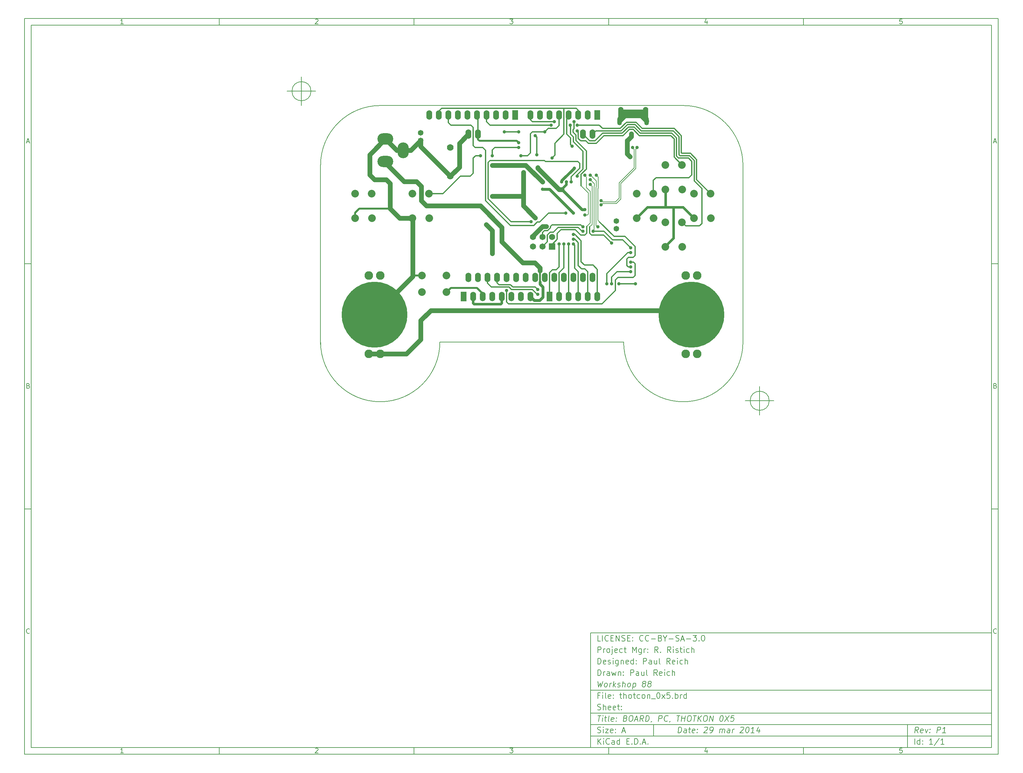
<source format=gbl>
G04 (created by PCBNEW (2013-dec-23)-stable) date Sat 29 Mar 2014 16:15:46 CDT*
%MOIN*%
G04 Gerber Fmt 3.4, Leading zero omitted, Abs format*
%FSLAX34Y34*%
G01*
G70*
G90*
G04 APERTURE LIST*
%ADD10C,0.00590551*%
%ADD11C,0.006*%
%ADD12O,0.165354X0.11811*%
%ADD13O,0.11811X0.165354*%
%ADD14O,0.0562992X0.10315*%
%ADD15O,0.0496063X0.0889764*%
%ADD16C,0.09*%
%ADD17C,0.69*%
%ADD18C,0.08*%
%ADD19R,0.06X0.1*%
%ADD20O,0.06X0.1*%
%ADD21C,0.0583*%
%ADD22R,0.065X0.065*%
%ADD23C,0.065*%
%ADD24C,0.07*%
%ADD25C,0.035*%
%ADD26C,0.012*%
%ADD27C,0.05*%
%ADD28C,0.025*%
%ADD29C,0.03*%
%ADD30C,0.008*%
%ADD31C,0.02*%
%ADD32C,0.01*%
G04 APERTURE END LIST*
G54D10*
X-36650Y31000D02*
X65350Y31000D01*
X65350Y-46000D01*
X-36650Y-46000D01*
X-36650Y31000D01*
X-35950Y30300D02*
X64650Y30300D01*
X64650Y-45300D01*
X-35950Y-45300D01*
X-35950Y30300D01*
X-16250Y31000D02*
X-16250Y30300D01*
X-26307Y30447D02*
X-26592Y30447D01*
X-26450Y30447D02*
X-26450Y30947D01*
X-26497Y30876D01*
X-26545Y30828D01*
X-26592Y30804D01*
X-16250Y-46000D02*
X-16250Y-45300D01*
X-26307Y-45852D02*
X-26592Y-45852D01*
X-26450Y-45852D02*
X-26450Y-45352D01*
X-26497Y-45423D01*
X-26545Y-45471D01*
X-26592Y-45495D01*
X4150Y31000D02*
X4150Y30300D01*
X-6192Y30900D02*
X-6169Y30923D01*
X-6121Y30947D01*
X-6002Y30947D01*
X-5954Y30923D01*
X-5930Y30900D01*
X-5907Y30852D01*
X-5907Y30804D01*
X-5930Y30733D01*
X-6216Y30447D01*
X-5907Y30447D01*
X4150Y-46000D02*
X4150Y-45300D01*
X-6192Y-45400D02*
X-6169Y-45376D01*
X-6121Y-45352D01*
X-6002Y-45352D01*
X-5954Y-45376D01*
X-5930Y-45400D01*
X-5907Y-45447D01*
X-5907Y-45495D01*
X-5930Y-45566D01*
X-6216Y-45852D01*
X-5907Y-45852D01*
X24550Y31000D02*
X24550Y30300D01*
X14183Y30947D02*
X14492Y30947D01*
X14326Y30757D01*
X14397Y30757D01*
X14445Y30733D01*
X14469Y30709D01*
X14492Y30661D01*
X14492Y30542D01*
X14469Y30495D01*
X14445Y30471D01*
X14397Y30447D01*
X14254Y30447D01*
X14207Y30471D01*
X14183Y30495D01*
X24550Y-46000D02*
X24550Y-45300D01*
X14183Y-45352D02*
X14492Y-45352D01*
X14326Y-45542D01*
X14397Y-45542D01*
X14445Y-45566D01*
X14469Y-45590D01*
X14492Y-45638D01*
X14492Y-45757D01*
X14469Y-45804D01*
X14445Y-45828D01*
X14397Y-45852D01*
X14254Y-45852D01*
X14207Y-45828D01*
X14183Y-45804D01*
X44950Y31000D02*
X44950Y30300D01*
X34845Y30780D02*
X34845Y30447D01*
X34726Y30971D02*
X34607Y30614D01*
X34916Y30614D01*
X44950Y-46000D02*
X44950Y-45300D01*
X34845Y-45519D02*
X34845Y-45852D01*
X34726Y-45328D02*
X34607Y-45685D01*
X34916Y-45685D01*
X55269Y30947D02*
X55030Y30947D01*
X55007Y30709D01*
X55030Y30733D01*
X55078Y30757D01*
X55197Y30757D01*
X55245Y30733D01*
X55269Y30709D01*
X55292Y30661D01*
X55292Y30542D01*
X55269Y30495D01*
X55245Y30471D01*
X55197Y30447D01*
X55078Y30447D01*
X55030Y30471D01*
X55007Y30495D01*
X55269Y-45352D02*
X55030Y-45352D01*
X55007Y-45590D01*
X55030Y-45566D01*
X55078Y-45542D01*
X55197Y-45542D01*
X55245Y-45566D01*
X55269Y-45590D01*
X55292Y-45638D01*
X55292Y-45757D01*
X55269Y-45804D01*
X55245Y-45828D01*
X55197Y-45852D01*
X55078Y-45852D01*
X55030Y-45828D01*
X55007Y-45804D01*
X-36650Y5340D02*
X-35950Y5340D01*
X-36419Y18110D02*
X-36180Y18110D01*
X-36466Y17967D02*
X-36299Y18467D01*
X-36133Y17967D01*
X65350Y5340D02*
X64650Y5340D01*
X64880Y18110D02*
X65119Y18110D01*
X64833Y17967D02*
X65000Y18467D01*
X65166Y17967D01*
X-36650Y-20320D02*
X-35950Y-20320D01*
X-36264Y-7430D02*
X-36192Y-7454D01*
X-36169Y-7478D01*
X-36145Y-7525D01*
X-36145Y-7597D01*
X-36169Y-7644D01*
X-36192Y-7668D01*
X-36240Y-7692D01*
X-36430Y-7692D01*
X-36430Y-7192D01*
X-36264Y-7192D01*
X-36216Y-7216D01*
X-36192Y-7240D01*
X-36169Y-7287D01*
X-36169Y-7335D01*
X-36192Y-7382D01*
X-36216Y-7406D01*
X-36264Y-7430D01*
X-36430Y-7430D01*
X65350Y-20320D02*
X64650Y-20320D01*
X65035Y-7430D02*
X65107Y-7454D01*
X65130Y-7478D01*
X65154Y-7525D01*
X65154Y-7597D01*
X65130Y-7644D01*
X65107Y-7668D01*
X65059Y-7692D01*
X64869Y-7692D01*
X64869Y-7192D01*
X65035Y-7192D01*
X65083Y-7216D01*
X65107Y-7240D01*
X65130Y-7287D01*
X65130Y-7335D01*
X65107Y-7382D01*
X65083Y-7406D01*
X65035Y-7430D01*
X64869Y-7430D01*
X-36145Y-33304D02*
X-36169Y-33328D01*
X-36240Y-33352D01*
X-36288Y-33352D01*
X-36359Y-33328D01*
X-36407Y-33280D01*
X-36430Y-33233D01*
X-36454Y-33138D01*
X-36454Y-33066D01*
X-36430Y-32971D01*
X-36407Y-32923D01*
X-36359Y-32876D01*
X-36288Y-32852D01*
X-36240Y-32852D01*
X-36169Y-32876D01*
X-36145Y-32900D01*
X65154Y-33304D02*
X65130Y-33328D01*
X65059Y-33352D01*
X65011Y-33352D01*
X64940Y-33328D01*
X64892Y-33280D01*
X64869Y-33233D01*
X64845Y-33138D01*
X64845Y-33066D01*
X64869Y-32971D01*
X64892Y-32923D01*
X64940Y-32876D01*
X65011Y-32852D01*
X65059Y-32852D01*
X65130Y-32876D01*
X65154Y-32900D01*
X31800Y-43742D02*
X31875Y-43142D01*
X32017Y-43142D01*
X32100Y-43171D01*
X32150Y-43228D01*
X32171Y-43285D01*
X32185Y-43400D01*
X32175Y-43485D01*
X32132Y-43600D01*
X32096Y-43657D01*
X32032Y-43714D01*
X31942Y-43742D01*
X31800Y-43742D01*
X32657Y-43742D02*
X32696Y-43428D01*
X32675Y-43371D01*
X32621Y-43342D01*
X32507Y-43342D01*
X32446Y-43371D01*
X32660Y-43714D02*
X32600Y-43742D01*
X32457Y-43742D01*
X32403Y-43714D01*
X32382Y-43657D01*
X32389Y-43600D01*
X32425Y-43542D01*
X32485Y-43514D01*
X32628Y-43514D01*
X32689Y-43485D01*
X32907Y-43342D02*
X33135Y-43342D01*
X33017Y-43142D02*
X32953Y-43657D01*
X32975Y-43714D01*
X33028Y-43742D01*
X33085Y-43742D01*
X33517Y-43714D02*
X33457Y-43742D01*
X33342Y-43742D01*
X33289Y-43714D01*
X33267Y-43657D01*
X33296Y-43428D01*
X33332Y-43371D01*
X33392Y-43342D01*
X33507Y-43342D01*
X33560Y-43371D01*
X33582Y-43428D01*
X33575Y-43485D01*
X33282Y-43542D01*
X33807Y-43685D02*
X33832Y-43714D01*
X33800Y-43742D01*
X33775Y-43714D01*
X33807Y-43685D01*
X33800Y-43742D01*
X33846Y-43371D02*
X33871Y-43400D01*
X33839Y-43428D01*
X33814Y-43400D01*
X33846Y-43371D01*
X33839Y-43428D01*
X34582Y-43200D02*
X34614Y-43171D01*
X34675Y-43142D01*
X34817Y-43142D01*
X34871Y-43171D01*
X34896Y-43200D01*
X34917Y-43257D01*
X34910Y-43314D01*
X34871Y-43400D01*
X34485Y-43742D01*
X34857Y-43742D01*
X35142Y-43742D02*
X35257Y-43742D01*
X35317Y-43714D01*
X35350Y-43685D01*
X35417Y-43600D01*
X35460Y-43485D01*
X35489Y-43257D01*
X35467Y-43200D01*
X35442Y-43171D01*
X35389Y-43142D01*
X35275Y-43142D01*
X35214Y-43171D01*
X35182Y-43200D01*
X35146Y-43257D01*
X35128Y-43400D01*
X35150Y-43457D01*
X35175Y-43485D01*
X35228Y-43514D01*
X35342Y-43514D01*
X35403Y-43485D01*
X35435Y-43457D01*
X35471Y-43400D01*
X36142Y-43742D02*
X36192Y-43342D01*
X36185Y-43400D02*
X36217Y-43371D01*
X36278Y-43342D01*
X36364Y-43342D01*
X36417Y-43371D01*
X36439Y-43428D01*
X36400Y-43742D01*
X36439Y-43428D02*
X36475Y-43371D01*
X36535Y-43342D01*
X36621Y-43342D01*
X36675Y-43371D01*
X36696Y-43428D01*
X36657Y-43742D01*
X37200Y-43742D02*
X37239Y-43428D01*
X37217Y-43371D01*
X37164Y-43342D01*
X37050Y-43342D01*
X36989Y-43371D01*
X37203Y-43714D02*
X37142Y-43742D01*
X37000Y-43742D01*
X36946Y-43714D01*
X36925Y-43657D01*
X36932Y-43600D01*
X36967Y-43542D01*
X37028Y-43514D01*
X37171Y-43514D01*
X37232Y-43485D01*
X37485Y-43742D02*
X37535Y-43342D01*
X37521Y-43457D02*
X37557Y-43400D01*
X37589Y-43371D01*
X37650Y-43342D01*
X37707Y-43342D01*
X38353Y-43200D02*
X38385Y-43171D01*
X38446Y-43142D01*
X38589Y-43142D01*
X38642Y-43171D01*
X38667Y-43200D01*
X38689Y-43257D01*
X38682Y-43314D01*
X38642Y-43400D01*
X38257Y-43742D01*
X38628Y-43742D01*
X39075Y-43142D02*
X39132Y-43142D01*
X39185Y-43171D01*
X39210Y-43200D01*
X39232Y-43257D01*
X39246Y-43371D01*
X39228Y-43514D01*
X39185Y-43628D01*
X39150Y-43685D01*
X39117Y-43714D01*
X39057Y-43742D01*
X39000Y-43742D01*
X38946Y-43714D01*
X38921Y-43685D01*
X38900Y-43628D01*
X38885Y-43514D01*
X38903Y-43371D01*
X38946Y-43257D01*
X38982Y-43200D01*
X39014Y-43171D01*
X39075Y-43142D01*
X39771Y-43742D02*
X39428Y-43742D01*
X39600Y-43742D02*
X39675Y-43142D01*
X39607Y-43228D01*
X39542Y-43285D01*
X39482Y-43314D01*
X40335Y-43342D02*
X40285Y-43742D01*
X40221Y-43114D02*
X40025Y-43542D01*
X40396Y-43542D01*
X23392Y-44942D02*
X23392Y-44342D01*
X23735Y-44942D02*
X23478Y-44600D01*
X23735Y-44342D02*
X23392Y-44685D01*
X23992Y-44942D02*
X23992Y-44542D01*
X23992Y-44342D02*
X23964Y-44371D01*
X23992Y-44400D01*
X24021Y-44371D01*
X23992Y-44342D01*
X23992Y-44400D01*
X24621Y-44885D02*
X24592Y-44914D01*
X24507Y-44942D01*
X24450Y-44942D01*
X24364Y-44914D01*
X24307Y-44857D01*
X24278Y-44800D01*
X24250Y-44685D01*
X24250Y-44600D01*
X24278Y-44485D01*
X24307Y-44428D01*
X24364Y-44371D01*
X24450Y-44342D01*
X24507Y-44342D01*
X24592Y-44371D01*
X24621Y-44400D01*
X25135Y-44942D02*
X25135Y-44628D01*
X25107Y-44571D01*
X25050Y-44542D01*
X24935Y-44542D01*
X24878Y-44571D01*
X25135Y-44914D02*
X25078Y-44942D01*
X24935Y-44942D01*
X24878Y-44914D01*
X24850Y-44857D01*
X24850Y-44800D01*
X24878Y-44742D01*
X24935Y-44714D01*
X25078Y-44714D01*
X25135Y-44685D01*
X25678Y-44942D02*
X25678Y-44342D01*
X25678Y-44914D02*
X25621Y-44942D01*
X25507Y-44942D01*
X25450Y-44914D01*
X25421Y-44885D01*
X25392Y-44828D01*
X25392Y-44657D01*
X25421Y-44600D01*
X25450Y-44571D01*
X25507Y-44542D01*
X25621Y-44542D01*
X25678Y-44571D01*
X26421Y-44628D02*
X26621Y-44628D01*
X26707Y-44942D02*
X26421Y-44942D01*
X26421Y-44342D01*
X26707Y-44342D01*
X26964Y-44885D02*
X26992Y-44914D01*
X26964Y-44942D01*
X26935Y-44914D01*
X26964Y-44885D01*
X26964Y-44942D01*
X27249Y-44942D02*
X27249Y-44342D01*
X27392Y-44342D01*
X27478Y-44371D01*
X27535Y-44428D01*
X27564Y-44485D01*
X27592Y-44600D01*
X27592Y-44685D01*
X27564Y-44800D01*
X27535Y-44857D01*
X27478Y-44914D01*
X27392Y-44942D01*
X27249Y-44942D01*
X27849Y-44885D02*
X27878Y-44914D01*
X27849Y-44942D01*
X27821Y-44914D01*
X27849Y-44885D01*
X27849Y-44942D01*
X28107Y-44771D02*
X28392Y-44771D01*
X28049Y-44942D02*
X28249Y-44342D01*
X28449Y-44942D01*
X28649Y-44885D02*
X28678Y-44914D01*
X28649Y-44942D01*
X28621Y-44914D01*
X28649Y-44885D01*
X28649Y-44942D01*
X56942Y-43742D02*
X56778Y-43457D01*
X56600Y-43742D02*
X56675Y-43142D01*
X56903Y-43142D01*
X56957Y-43171D01*
X56982Y-43200D01*
X57003Y-43257D01*
X56992Y-43342D01*
X56957Y-43400D01*
X56925Y-43428D01*
X56864Y-43457D01*
X56635Y-43457D01*
X57432Y-43714D02*
X57371Y-43742D01*
X57257Y-43742D01*
X57203Y-43714D01*
X57182Y-43657D01*
X57210Y-43428D01*
X57246Y-43371D01*
X57307Y-43342D01*
X57421Y-43342D01*
X57475Y-43371D01*
X57496Y-43428D01*
X57489Y-43485D01*
X57196Y-43542D01*
X57707Y-43342D02*
X57800Y-43742D01*
X57992Y-43342D01*
X58178Y-43685D02*
X58203Y-43714D01*
X58171Y-43742D01*
X58146Y-43714D01*
X58178Y-43685D01*
X58171Y-43742D01*
X58217Y-43371D02*
X58242Y-43400D01*
X58210Y-43428D01*
X58185Y-43400D01*
X58217Y-43371D01*
X58210Y-43428D01*
X58914Y-43742D02*
X58989Y-43142D01*
X59217Y-43142D01*
X59271Y-43171D01*
X59296Y-43200D01*
X59317Y-43257D01*
X59307Y-43342D01*
X59271Y-43400D01*
X59239Y-43428D01*
X59178Y-43457D01*
X58950Y-43457D01*
X59828Y-43742D02*
X59485Y-43742D01*
X59657Y-43742D02*
X59732Y-43142D01*
X59664Y-43228D01*
X59600Y-43285D01*
X59539Y-43314D01*
X23364Y-43714D02*
X23450Y-43742D01*
X23592Y-43742D01*
X23650Y-43714D01*
X23678Y-43685D01*
X23707Y-43628D01*
X23707Y-43571D01*
X23678Y-43514D01*
X23650Y-43485D01*
X23592Y-43457D01*
X23478Y-43428D01*
X23421Y-43400D01*
X23392Y-43371D01*
X23364Y-43314D01*
X23364Y-43257D01*
X23392Y-43200D01*
X23421Y-43171D01*
X23478Y-43142D01*
X23621Y-43142D01*
X23707Y-43171D01*
X23964Y-43742D02*
X23964Y-43342D01*
X23964Y-43142D02*
X23935Y-43171D01*
X23964Y-43200D01*
X23992Y-43171D01*
X23964Y-43142D01*
X23964Y-43200D01*
X24192Y-43342D02*
X24507Y-43342D01*
X24192Y-43742D01*
X24507Y-43742D01*
X24964Y-43714D02*
X24907Y-43742D01*
X24792Y-43742D01*
X24735Y-43714D01*
X24707Y-43657D01*
X24707Y-43428D01*
X24735Y-43371D01*
X24792Y-43342D01*
X24907Y-43342D01*
X24964Y-43371D01*
X24992Y-43428D01*
X24992Y-43485D01*
X24707Y-43542D01*
X25250Y-43685D02*
X25278Y-43714D01*
X25250Y-43742D01*
X25221Y-43714D01*
X25250Y-43685D01*
X25250Y-43742D01*
X25250Y-43371D02*
X25278Y-43400D01*
X25250Y-43428D01*
X25221Y-43400D01*
X25250Y-43371D01*
X25250Y-43428D01*
X25964Y-43571D02*
X26250Y-43571D01*
X25907Y-43742D02*
X26107Y-43142D01*
X26307Y-43742D01*
X56592Y-44942D02*
X56592Y-44342D01*
X57135Y-44942D02*
X57135Y-44342D01*
X57135Y-44914D02*
X57078Y-44942D01*
X56964Y-44942D01*
X56907Y-44914D01*
X56878Y-44885D01*
X56850Y-44828D01*
X56850Y-44657D01*
X56878Y-44600D01*
X56907Y-44571D01*
X56964Y-44542D01*
X57078Y-44542D01*
X57135Y-44571D01*
X57421Y-44885D02*
X57450Y-44914D01*
X57421Y-44942D01*
X57392Y-44914D01*
X57421Y-44885D01*
X57421Y-44942D01*
X57421Y-44571D02*
X57450Y-44600D01*
X57421Y-44628D01*
X57392Y-44600D01*
X57421Y-44571D01*
X57421Y-44628D01*
X58478Y-44942D02*
X58135Y-44942D01*
X58307Y-44942D02*
X58307Y-44342D01*
X58249Y-44428D01*
X58192Y-44485D01*
X58135Y-44514D01*
X59164Y-44314D02*
X58650Y-45085D01*
X59678Y-44942D02*
X59335Y-44942D01*
X59507Y-44942D02*
X59507Y-44342D01*
X59449Y-44428D01*
X59392Y-44485D01*
X59335Y-44514D01*
X23389Y-41942D02*
X23732Y-41942D01*
X23485Y-42542D02*
X23560Y-41942D01*
X23857Y-42542D02*
X23907Y-42142D01*
X23932Y-41942D02*
X23900Y-41971D01*
X23925Y-42000D01*
X23957Y-41971D01*
X23932Y-41942D01*
X23925Y-42000D01*
X24107Y-42142D02*
X24335Y-42142D01*
X24217Y-41942D02*
X24153Y-42457D01*
X24175Y-42514D01*
X24228Y-42542D01*
X24285Y-42542D01*
X24571Y-42542D02*
X24517Y-42514D01*
X24496Y-42457D01*
X24560Y-41942D01*
X25032Y-42514D02*
X24971Y-42542D01*
X24857Y-42542D01*
X24803Y-42514D01*
X24782Y-42457D01*
X24810Y-42228D01*
X24846Y-42171D01*
X24907Y-42142D01*
X25021Y-42142D01*
X25075Y-42171D01*
X25096Y-42228D01*
X25089Y-42285D01*
X24796Y-42342D01*
X25321Y-42485D02*
X25346Y-42514D01*
X25314Y-42542D01*
X25289Y-42514D01*
X25321Y-42485D01*
X25314Y-42542D01*
X25360Y-42171D02*
X25385Y-42200D01*
X25353Y-42228D01*
X25328Y-42200D01*
X25360Y-42171D01*
X25353Y-42228D01*
X26296Y-42228D02*
X26378Y-42257D01*
X26403Y-42285D01*
X26425Y-42342D01*
X26414Y-42428D01*
X26378Y-42485D01*
X26346Y-42514D01*
X26285Y-42542D01*
X26057Y-42542D01*
X26132Y-41942D01*
X26332Y-41942D01*
X26385Y-41971D01*
X26410Y-42000D01*
X26432Y-42057D01*
X26425Y-42114D01*
X26389Y-42171D01*
X26357Y-42200D01*
X26296Y-42228D01*
X26096Y-42228D01*
X26846Y-41942D02*
X26960Y-41942D01*
X27014Y-41971D01*
X27064Y-42028D01*
X27078Y-42142D01*
X27053Y-42342D01*
X27010Y-42457D01*
X26946Y-42514D01*
X26885Y-42542D01*
X26771Y-42542D01*
X26717Y-42514D01*
X26667Y-42457D01*
X26653Y-42342D01*
X26678Y-42142D01*
X26721Y-42028D01*
X26785Y-41971D01*
X26846Y-41942D01*
X27278Y-42371D02*
X27564Y-42371D01*
X27200Y-42542D02*
X27475Y-41942D01*
X27600Y-42542D01*
X28142Y-42542D02*
X27978Y-42257D01*
X27800Y-42542D02*
X27875Y-41942D01*
X28103Y-41942D01*
X28157Y-41971D01*
X28182Y-42000D01*
X28203Y-42057D01*
X28192Y-42142D01*
X28157Y-42200D01*
X28125Y-42228D01*
X28064Y-42257D01*
X27835Y-42257D01*
X28400Y-42542D02*
X28475Y-41942D01*
X28617Y-41942D01*
X28700Y-41971D01*
X28750Y-42028D01*
X28771Y-42085D01*
X28785Y-42200D01*
X28775Y-42285D01*
X28732Y-42400D01*
X28696Y-42457D01*
X28632Y-42514D01*
X28542Y-42542D01*
X28400Y-42542D01*
X29032Y-42514D02*
X29028Y-42542D01*
X28992Y-42600D01*
X28960Y-42628D01*
X29742Y-42542D02*
X29817Y-41942D01*
X30046Y-41942D01*
X30099Y-41971D01*
X30125Y-42000D01*
X30146Y-42057D01*
X30135Y-42142D01*
X30100Y-42200D01*
X30067Y-42228D01*
X30007Y-42257D01*
X29778Y-42257D01*
X30692Y-42485D02*
X30660Y-42514D01*
X30571Y-42542D01*
X30514Y-42542D01*
X30432Y-42514D01*
X30382Y-42457D01*
X30360Y-42400D01*
X30346Y-42285D01*
X30357Y-42200D01*
X30400Y-42085D01*
X30435Y-42028D01*
X30499Y-41971D01*
X30589Y-41942D01*
X30646Y-41942D01*
X30728Y-41971D01*
X30753Y-42000D01*
X30975Y-42514D02*
X30971Y-42542D01*
X30935Y-42600D01*
X30903Y-42628D01*
X31675Y-41942D02*
X32017Y-41942D01*
X31771Y-42542D02*
X31846Y-41942D01*
X32142Y-42542D02*
X32217Y-41942D01*
X32182Y-42228D02*
X32525Y-42228D01*
X32485Y-42542D02*
X32560Y-41942D01*
X32960Y-41942D02*
X33075Y-41942D01*
X33128Y-41971D01*
X33178Y-42028D01*
X33192Y-42142D01*
X33167Y-42342D01*
X33124Y-42457D01*
X33060Y-42514D01*
X33000Y-42542D01*
X32885Y-42542D01*
X32832Y-42514D01*
X32782Y-42457D01*
X32767Y-42342D01*
X32792Y-42142D01*
X32835Y-42028D01*
X32899Y-41971D01*
X32960Y-41942D01*
X33389Y-41942D02*
X33732Y-41942D01*
X33485Y-42542D02*
X33560Y-41942D01*
X33857Y-42542D02*
X33932Y-41942D01*
X34199Y-42542D02*
X33985Y-42200D01*
X34274Y-41942D02*
X33889Y-42285D01*
X34646Y-41942D02*
X34760Y-41942D01*
X34814Y-41971D01*
X34864Y-42028D01*
X34878Y-42142D01*
X34853Y-42342D01*
X34810Y-42457D01*
X34746Y-42514D01*
X34685Y-42542D01*
X34571Y-42542D01*
X34517Y-42514D01*
X34467Y-42457D01*
X34453Y-42342D01*
X34478Y-42142D01*
X34521Y-42028D01*
X34585Y-41971D01*
X34646Y-41942D01*
X35085Y-42542D02*
X35160Y-41942D01*
X35428Y-42542D01*
X35503Y-41942D01*
X36360Y-41942D02*
X36417Y-41942D01*
X36471Y-41971D01*
X36496Y-42000D01*
X36517Y-42057D01*
X36532Y-42171D01*
X36514Y-42314D01*
X36471Y-42428D01*
X36435Y-42485D01*
X36403Y-42514D01*
X36342Y-42542D01*
X36285Y-42542D01*
X36232Y-42514D01*
X36207Y-42485D01*
X36185Y-42428D01*
X36171Y-42314D01*
X36189Y-42171D01*
X36232Y-42057D01*
X36267Y-42000D01*
X36299Y-41971D01*
X36360Y-41942D01*
X36760Y-41942D02*
X37085Y-42542D01*
X37160Y-41942D02*
X36685Y-42542D01*
X37674Y-41942D02*
X37389Y-41942D01*
X37325Y-42228D01*
X37357Y-42200D01*
X37417Y-42171D01*
X37560Y-42171D01*
X37614Y-42200D01*
X37639Y-42228D01*
X37660Y-42285D01*
X37642Y-42428D01*
X37607Y-42485D01*
X37574Y-42514D01*
X37514Y-42542D01*
X37371Y-42542D01*
X37317Y-42514D01*
X37292Y-42485D01*
X23592Y-39828D02*
X23392Y-39828D01*
X23392Y-40142D02*
X23392Y-39542D01*
X23678Y-39542D01*
X23907Y-40142D02*
X23907Y-39742D01*
X23907Y-39542D02*
X23878Y-39571D01*
X23907Y-39600D01*
X23935Y-39571D01*
X23907Y-39542D01*
X23907Y-39600D01*
X24278Y-40142D02*
X24221Y-40114D01*
X24192Y-40057D01*
X24192Y-39542D01*
X24735Y-40114D02*
X24678Y-40142D01*
X24564Y-40142D01*
X24507Y-40114D01*
X24478Y-40057D01*
X24478Y-39828D01*
X24507Y-39771D01*
X24564Y-39742D01*
X24678Y-39742D01*
X24735Y-39771D01*
X24764Y-39828D01*
X24764Y-39885D01*
X24478Y-39942D01*
X25021Y-40085D02*
X25050Y-40114D01*
X25021Y-40142D01*
X24992Y-40114D01*
X25021Y-40085D01*
X25021Y-40142D01*
X25021Y-39771D02*
X25050Y-39800D01*
X25021Y-39828D01*
X24992Y-39800D01*
X25021Y-39771D01*
X25021Y-39828D01*
X25678Y-39742D02*
X25907Y-39742D01*
X25764Y-39542D02*
X25764Y-40057D01*
X25792Y-40114D01*
X25850Y-40142D01*
X25907Y-40142D01*
X26107Y-40142D02*
X26107Y-39542D01*
X26364Y-40142D02*
X26364Y-39828D01*
X26335Y-39771D01*
X26278Y-39742D01*
X26192Y-39742D01*
X26135Y-39771D01*
X26107Y-39800D01*
X26735Y-40142D02*
X26678Y-40114D01*
X26650Y-40085D01*
X26621Y-40028D01*
X26621Y-39857D01*
X26650Y-39800D01*
X26678Y-39771D01*
X26735Y-39742D01*
X26821Y-39742D01*
X26878Y-39771D01*
X26907Y-39800D01*
X26935Y-39857D01*
X26935Y-40028D01*
X26907Y-40085D01*
X26878Y-40114D01*
X26821Y-40142D01*
X26735Y-40142D01*
X27107Y-39742D02*
X27335Y-39742D01*
X27192Y-39542D02*
X27192Y-40057D01*
X27221Y-40114D01*
X27278Y-40142D01*
X27335Y-40142D01*
X27792Y-40114D02*
X27735Y-40142D01*
X27621Y-40142D01*
X27564Y-40114D01*
X27535Y-40085D01*
X27507Y-40028D01*
X27507Y-39857D01*
X27535Y-39800D01*
X27564Y-39771D01*
X27621Y-39742D01*
X27735Y-39742D01*
X27792Y-39771D01*
X28135Y-40142D02*
X28078Y-40114D01*
X28050Y-40085D01*
X28021Y-40028D01*
X28021Y-39857D01*
X28050Y-39800D01*
X28078Y-39771D01*
X28135Y-39742D01*
X28221Y-39742D01*
X28278Y-39771D01*
X28307Y-39800D01*
X28335Y-39857D01*
X28335Y-40028D01*
X28307Y-40085D01*
X28278Y-40114D01*
X28221Y-40142D01*
X28135Y-40142D01*
X28592Y-39742D02*
X28592Y-40142D01*
X28592Y-39800D02*
X28621Y-39771D01*
X28678Y-39742D01*
X28764Y-39742D01*
X28821Y-39771D01*
X28850Y-39828D01*
X28850Y-40142D01*
X28992Y-40200D02*
X29450Y-40200D01*
X29707Y-39542D02*
X29764Y-39542D01*
X29821Y-39571D01*
X29850Y-39600D01*
X29878Y-39657D01*
X29907Y-39771D01*
X29907Y-39914D01*
X29878Y-40028D01*
X29850Y-40085D01*
X29821Y-40114D01*
X29764Y-40142D01*
X29707Y-40142D01*
X29650Y-40114D01*
X29621Y-40085D01*
X29592Y-40028D01*
X29564Y-39914D01*
X29564Y-39771D01*
X29592Y-39657D01*
X29621Y-39600D01*
X29650Y-39571D01*
X29707Y-39542D01*
X30107Y-40142D02*
X30421Y-39742D01*
X30107Y-39742D02*
X30421Y-40142D01*
X30935Y-39542D02*
X30650Y-39542D01*
X30621Y-39828D01*
X30650Y-39800D01*
X30707Y-39771D01*
X30850Y-39771D01*
X30907Y-39800D01*
X30935Y-39828D01*
X30964Y-39885D01*
X30964Y-40028D01*
X30935Y-40085D01*
X30907Y-40114D01*
X30850Y-40142D01*
X30707Y-40142D01*
X30650Y-40114D01*
X30621Y-40085D01*
X31221Y-40085D02*
X31250Y-40114D01*
X31221Y-40142D01*
X31192Y-40114D01*
X31221Y-40085D01*
X31221Y-40142D01*
X31507Y-40142D02*
X31507Y-39542D01*
X31507Y-39771D02*
X31564Y-39742D01*
X31678Y-39742D01*
X31735Y-39771D01*
X31764Y-39800D01*
X31792Y-39857D01*
X31792Y-40028D01*
X31764Y-40085D01*
X31735Y-40114D01*
X31678Y-40142D01*
X31564Y-40142D01*
X31507Y-40114D01*
X32050Y-40142D02*
X32050Y-39742D01*
X32050Y-39857D02*
X32078Y-39800D01*
X32107Y-39771D01*
X32164Y-39742D01*
X32221Y-39742D01*
X32678Y-40142D02*
X32678Y-39542D01*
X32678Y-40114D02*
X32621Y-40142D01*
X32507Y-40142D01*
X32450Y-40114D01*
X32421Y-40085D01*
X32392Y-40028D01*
X32392Y-39857D01*
X32421Y-39800D01*
X32450Y-39771D01*
X32507Y-39742D01*
X32621Y-39742D01*
X32678Y-39771D01*
X23364Y-41314D02*
X23450Y-41342D01*
X23592Y-41342D01*
X23650Y-41314D01*
X23678Y-41285D01*
X23707Y-41228D01*
X23707Y-41171D01*
X23678Y-41114D01*
X23650Y-41085D01*
X23592Y-41057D01*
X23478Y-41028D01*
X23421Y-41000D01*
X23392Y-40971D01*
X23364Y-40914D01*
X23364Y-40857D01*
X23392Y-40800D01*
X23421Y-40771D01*
X23478Y-40742D01*
X23621Y-40742D01*
X23707Y-40771D01*
X23964Y-41342D02*
X23964Y-40742D01*
X24221Y-41342D02*
X24221Y-41028D01*
X24192Y-40971D01*
X24135Y-40942D01*
X24050Y-40942D01*
X23992Y-40971D01*
X23964Y-41000D01*
X24735Y-41314D02*
X24678Y-41342D01*
X24564Y-41342D01*
X24507Y-41314D01*
X24478Y-41257D01*
X24478Y-41028D01*
X24507Y-40971D01*
X24564Y-40942D01*
X24678Y-40942D01*
X24735Y-40971D01*
X24764Y-41028D01*
X24764Y-41085D01*
X24478Y-41142D01*
X25250Y-41314D02*
X25192Y-41342D01*
X25078Y-41342D01*
X25021Y-41314D01*
X24992Y-41257D01*
X24992Y-41028D01*
X25021Y-40971D01*
X25078Y-40942D01*
X25192Y-40942D01*
X25250Y-40971D01*
X25278Y-41028D01*
X25278Y-41085D01*
X24992Y-41142D01*
X25450Y-40942D02*
X25678Y-40942D01*
X25535Y-40742D02*
X25535Y-41257D01*
X25564Y-41314D01*
X25621Y-41342D01*
X25678Y-41342D01*
X25878Y-41285D02*
X25907Y-41314D01*
X25878Y-41342D01*
X25850Y-41314D01*
X25878Y-41285D01*
X25878Y-41342D01*
X25878Y-40971D02*
X25907Y-41000D01*
X25878Y-41028D01*
X25850Y-41000D01*
X25878Y-40971D01*
X25878Y-41028D01*
X23417Y-38342D02*
X23485Y-38942D01*
X23653Y-38514D01*
X23714Y-38942D01*
X23932Y-38342D01*
X24171Y-38942D02*
X24117Y-38914D01*
X24092Y-38885D01*
X24071Y-38828D01*
X24092Y-38657D01*
X24128Y-38600D01*
X24160Y-38571D01*
X24221Y-38542D01*
X24307Y-38542D01*
X24360Y-38571D01*
X24385Y-38600D01*
X24407Y-38657D01*
X24385Y-38828D01*
X24350Y-38885D01*
X24317Y-38914D01*
X24257Y-38942D01*
X24171Y-38942D01*
X24628Y-38942D02*
X24678Y-38542D01*
X24664Y-38657D02*
X24700Y-38600D01*
X24732Y-38571D01*
X24792Y-38542D01*
X24850Y-38542D01*
X25000Y-38942D02*
X25075Y-38342D01*
X25085Y-38714D02*
X25228Y-38942D01*
X25278Y-38542D02*
X25021Y-38771D01*
X25460Y-38914D02*
X25514Y-38942D01*
X25628Y-38942D01*
X25689Y-38914D01*
X25725Y-38857D01*
X25728Y-38828D01*
X25707Y-38771D01*
X25653Y-38742D01*
X25567Y-38742D01*
X25514Y-38714D01*
X25492Y-38657D01*
X25496Y-38628D01*
X25532Y-38571D01*
X25592Y-38542D01*
X25678Y-38542D01*
X25732Y-38571D01*
X25971Y-38942D02*
X26046Y-38342D01*
X26228Y-38942D02*
X26267Y-38628D01*
X26246Y-38571D01*
X26192Y-38542D01*
X26107Y-38542D01*
X26046Y-38571D01*
X26014Y-38600D01*
X26599Y-38942D02*
X26546Y-38914D01*
X26521Y-38885D01*
X26500Y-38828D01*
X26521Y-38657D01*
X26557Y-38600D01*
X26589Y-38571D01*
X26649Y-38542D01*
X26735Y-38542D01*
X26789Y-38571D01*
X26814Y-38600D01*
X26835Y-38657D01*
X26814Y-38828D01*
X26778Y-38885D01*
X26746Y-38914D01*
X26685Y-38942D01*
X26599Y-38942D01*
X27107Y-38542D02*
X27032Y-39142D01*
X27103Y-38571D02*
X27164Y-38542D01*
X27278Y-38542D01*
X27332Y-38571D01*
X27357Y-38600D01*
X27378Y-38657D01*
X27357Y-38828D01*
X27321Y-38885D01*
X27289Y-38914D01*
X27228Y-38942D01*
X27114Y-38942D01*
X27060Y-38914D01*
X28185Y-38600D02*
X28132Y-38571D01*
X28107Y-38542D01*
X28085Y-38485D01*
X28089Y-38457D01*
X28124Y-38400D01*
X28157Y-38371D01*
X28217Y-38342D01*
X28332Y-38342D01*
X28385Y-38371D01*
X28410Y-38400D01*
X28432Y-38457D01*
X28428Y-38485D01*
X28392Y-38542D01*
X28360Y-38571D01*
X28299Y-38600D01*
X28185Y-38600D01*
X28125Y-38628D01*
X28092Y-38657D01*
X28057Y-38714D01*
X28042Y-38828D01*
X28064Y-38885D01*
X28089Y-38914D01*
X28142Y-38942D01*
X28257Y-38942D01*
X28317Y-38914D01*
X28349Y-38885D01*
X28385Y-38828D01*
X28399Y-38714D01*
X28378Y-38657D01*
X28353Y-38628D01*
X28299Y-38600D01*
X28757Y-38600D02*
X28703Y-38571D01*
X28678Y-38542D01*
X28657Y-38485D01*
X28660Y-38457D01*
X28696Y-38400D01*
X28728Y-38371D01*
X28789Y-38342D01*
X28903Y-38342D01*
X28957Y-38371D01*
X28982Y-38400D01*
X29003Y-38457D01*
X29000Y-38485D01*
X28964Y-38542D01*
X28932Y-38571D01*
X28871Y-38600D01*
X28757Y-38600D01*
X28696Y-38628D01*
X28664Y-38657D01*
X28628Y-38714D01*
X28614Y-38828D01*
X28635Y-38885D01*
X28660Y-38914D01*
X28714Y-38942D01*
X28828Y-38942D01*
X28889Y-38914D01*
X28921Y-38885D01*
X28957Y-38828D01*
X28971Y-38714D01*
X28949Y-38657D01*
X28925Y-38628D01*
X28871Y-38600D01*
X23392Y-37742D02*
X23392Y-37142D01*
X23535Y-37142D01*
X23621Y-37171D01*
X23678Y-37228D01*
X23707Y-37285D01*
X23735Y-37400D01*
X23735Y-37485D01*
X23707Y-37600D01*
X23678Y-37657D01*
X23621Y-37714D01*
X23535Y-37742D01*
X23392Y-37742D01*
X23992Y-37742D02*
X23992Y-37342D01*
X23992Y-37457D02*
X24021Y-37400D01*
X24050Y-37371D01*
X24107Y-37342D01*
X24164Y-37342D01*
X24621Y-37742D02*
X24621Y-37428D01*
X24592Y-37371D01*
X24535Y-37342D01*
X24421Y-37342D01*
X24364Y-37371D01*
X24621Y-37714D02*
X24564Y-37742D01*
X24421Y-37742D01*
X24364Y-37714D01*
X24335Y-37657D01*
X24335Y-37600D01*
X24364Y-37542D01*
X24421Y-37514D01*
X24564Y-37514D01*
X24621Y-37485D01*
X24850Y-37342D02*
X24964Y-37742D01*
X25078Y-37457D01*
X25192Y-37742D01*
X25307Y-37342D01*
X25535Y-37342D02*
X25535Y-37742D01*
X25535Y-37400D02*
X25564Y-37371D01*
X25621Y-37342D01*
X25707Y-37342D01*
X25764Y-37371D01*
X25792Y-37428D01*
X25792Y-37742D01*
X26078Y-37685D02*
X26107Y-37714D01*
X26078Y-37742D01*
X26050Y-37714D01*
X26078Y-37685D01*
X26078Y-37742D01*
X26078Y-37371D02*
X26107Y-37400D01*
X26078Y-37428D01*
X26050Y-37400D01*
X26078Y-37371D01*
X26078Y-37428D01*
X26821Y-37742D02*
X26821Y-37142D01*
X27050Y-37142D01*
X27107Y-37171D01*
X27135Y-37200D01*
X27164Y-37257D01*
X27164Y-37342D01*
X27135Y-37400D01*
X27107Y-37428D01*
X27050Y-37457D01*
X26821Y-37457D01*
X27678Y-37742D02*
X27678Y-37428D01*
X27650Y-37371D01*
X27592Y-37342D01*
X27478Y-37342D01*
X27421Y-37371D01*
X27678Y-37714D02*
X27621Y-37742D01*
X27478Y-37742D01*
X27421Y-37714D01*
X27392Y-37657D01*
X27392Y-37600D01*
X27421Y-37542D01*
X27478Y-37514D01*
X27621Y-37514D01*
X27678Y-37485D01*
X28221Y-37342D02*
X28221Y-37742D01*
X27964Y-37342D02*
X27964Y-37657D01*
X27992Y-37714D01*
X28049Y-37742D01*
X28135Y-37742D01*
X28192Y-37714D01*
X28221Y-37685D01*
X28592Y-37742D02*
X28535Y-37714D01*
X28507Y-37657D01*
X28507Y-37142D01*
X29621Y-37742D02*
X29421Y-37457D01*
X29278Y-37742D02*
X29278Y-37142D01*
X29507Y-37142D01*
X29564Y-37171D01*
X29592Y-37200D01*
X29621Y-37257D01*
X29621Y-37342D01*
X29592Y-37400D01*
X29564Y-37428D01*
X29507Y-37457D01*
X29278Y-37457D01*
X30107Y-37714D02*
X30050Y-37742D01*
X29935Y-37742D01*
X29878Y-37714D01*
X29850Y-37657D01*
X29850Y-37428D01*
X29878Y-37371D01*
X29935Y-37342D01*
X30050Y-37342D01*
X30107Y-37371D01*
X30135Y-37428D01*
X30135Y-37485D01*
X29850Y-37542D01*
X30392Y-37742D02*
X30392Y-37342D01*
X30392Y-37142D02*
X30364Y-37171D01*
X30392Y-37200D01*
X30421Y-37171D01*
X30392Y-37142D01*
X30392Y-37200D01*
X30935Y-37714D02*
X30878Y-37742D01*
X30764Y-37742D01*
X30707Y-37714D01*
X30678Y-37685D01*
X30650Y-37628D01*
X30650Y-37457D01*
X30678Y-37400D01*
X30707Y-37371D01*
X30764Y-37342D01*
X30878Y-37342D01*
X30935Y-37371D01*
X31192Y-37742D02*
X31192Y-37142D01*
X31450Y-37742D02*
X31450Y-37428D01*
X31421Y-37371D01*
X31364Y-37342D01*
X31278Y-37342D01*
X31221Y-37371D01*
X31192Y-37400D01*
X23392Y-36542D02*
X23392Y-35942D01*
X23535Y-35942D01*
X23621Y-35971D01*
X23678Y-36028D01*
X23707Y-36085D01*
X23735Y-36200D01*
X23735Y-36285D01*
X23707Y-36400D01*
X23678Y-36457D01*
X23621Y-36514D01*
X23535Y-36542D01*
X23392Y-36542D01*
X24221Y-36514D02*
X24164Y-36542D01*
X24050Y-36542D01*
X23992Y-36514D01*
X23964Y-36457D01*
X23964Y-36228D01*
X23992Y-36171D01*
X24050Y-36142D01*
X24164Y-36142D01*
X24221Y-36171D01*
X24250Y-36228D01*
X24250Y-36285D01*
X23964Y-36342D01*
X24478Y-36514D02*
X24535Y-36542D01*
X24650Y-36542D01*
X24707Y-36514D01*
X24735Y-36457D01*
X24735Y-36428D01*
X24707Y-36371D01*
X24650Y-36342D01*
X24564Y-36342D01*
X24507Y-36314D01*
X24478Y-36257D01*
X24478Y-36228D01*
X24507Y-36171D01*
X24564Y-36142D01*
X24650Y-36142D01*
X24707Y-36171D01*
X24992Y-36542D02*
X24992Y-36142D01*
X24992Y-35942D02*
X24964Y-35971D01*
X24992Y-36000D01*
X25021Y-35971D01*
X24992Y-35942D01*
X24992Y-36000D01*
X25535Y-36142D02*
X25535Y-36628D01*
X25507Y-36685D01*
X25478Y-36714D01*
X25421Y-36742D01*
X25335Y-36742D01*
X25278Y-36714D01*
X25535Y-36514D02*
X25478Y-36542D01*
X25364Y-36542D01*
X25307Y-36514D01*
X25278Y-36485D01*
X25250Y-36428D01*
X25250Y-36257D01*
X25278Y-36200D01*
X25307Y-36171D01*
X25364Y-36142D01*
X25478Y-36142D01*
X25535Y-36171D01*
X25821Y-36142D02*
X25821Y-36542D01*
X25821Y-36200D02*
X25850Y-36171D01*
X25907Y-36142D01*
X25992Y-36142D01*
X26050Y-36171D01*
X26078Y-36228D01*
X26078Y-36542D01*
X26592Y-36514D02*
X26535Y-36542D01*
X26421Y-36542D01*
X26364Y-36514D01*
X26335Y-36457D01*
X26335Y-36228D01*
X26364Y-36171D01*
X26421Y-36142D01*
X26535Y-36142D01*
X26592Y-36171D01*
X26621Y-36228D01*
X26621Y-36285D01*
X26335Y-36342D01*
X27135Y-36542D02*
X27135Y-35942D01*
X27135Y-36514D02*
X27078Y-36542D01*
X26964Y-36542D01*
X26907Y-36514D01*
X26878Y-36485D01*
X26850Y-36428D01*
X26850Y-36257D01*
X26878Y-36200D01*
X26907Y-36171D01*
X26964Y-36142D01*
X27078Y-36142D01*
X27135Y-36171D01*
X27421Y-36485D02*
X27450Y-36514D01*
X27421Y-36542D01*
X27392Y-36514D01*
X27421Y-36485D01*
X27421Y-36542D01*
X27421Y-36171D02*
X27450Y-36200D01*
X27421Y-36228D01*
X27392Y-36200D01*
X27421Y-36171D01*
X27421Y-36228D01*
X28164Y-36542D02*
X28164Y-35942D01*
X28392Y-35942D01*
X28449Y-35971D01*
X28478Y-36000D01*
X28507Y-36057D01*
X28507Y-36142D01*
X28478Y-36200D01*
X28449Y-36228D01*
X28392Y-36257D01*
X28164Y-36257D01*
X29021Y-36542D02*
X29021Y-36228D01*
X28992Y-36171D01*
X28935Y-36142D01*
X28821Y-36142D01*
X28764Y-36171D01*
X29021Y-36514D02*
X28964Y-36542D01*
X28821Y-36542D01*
X28764Y-36514D01*
X28735Y-36457D01*
X28735Y-36400D01*
X28764Y-36342D01*
X28821Y-36314D01*
X28964Y-36314D01*
X29021Y-36285D01*
X29564Y-36142D02*
X29564Y-36542D01*
X29307Y-36142D02*
X29307Y-36457D01*
X29335Y-36514D01*
X29392Y-36542D01*
X29478Y-36542D01*
X29535Y-36514D01*
X29564Y-36485D01*
X29935Y-36542D02*
X29878Y-36514D01*
X29849Y-36457D01*
X29849Y-35942D01*
X30964Y-36542D02*
X30764Y-36257D01*
X30621Y-36542D02*
X30621Y-35942D01*
X30850Y-35942D01*
X30907Y-35971D01*
X30935Y-36000D01*
X30964Y-36057D01*
X30964Y-36142D01*
X30935Y-36200D01*
X30907Y-36228D01*
X30850Y-36257D01*
X30621Y-36257D01*
X31450Y-36514D02*
X31392Y-36542D01*
X31278Y-36542D01*
X31221Y-36514D01*
X31192Y-36457D01*
X31192Y-36228D01*
X31221Y-36171D01*
X31278Y-36142D01*
X31392Y-36142D01*
X31450Y-36171D01*
X31478Y-36228D01*
X31478Y-36285D01*
X31192Y-36342D01*
X31735Y-36542D02*
X31735Y-36142D01*
X31735Y-35942D02*
X31707Y-35971D01*
X31735Y-36000D01*
X31764Y-35971D01*
X31735Y-35942D01*
X31735Y-36000D01*
X32278Y-36514D02*
X32221Y-36542D01*
X32107Y-36542D01*
X32050Y-36514D01*
X32021Y-36485D01*
X31992Y-36428D01*
X31992Y-36257D01*
X32021Y-36200D01*
X32050Y-36171D01*
X32107Y-36142D01*
X32221Y-36142D01*
X32278Y-36171D01*
X32535Y-36542D02*
X32535Y-35942D01*
X32792Y-36542D02*
X32792Y-36228D01*
X32764Y-36171D01*
X32707Y-36142D01*
X32621Y-36142D01*
X32564Y-36171D01*
X32535Y-36200D01*
X23392Y-35342D02*
X23392Y-34742D01*
X23621Y-34742D01*
X23678Y-34771D01*
X23707Y-34800D01*
X23735Y-34857D01*
X23735Y-34942D01*
X23707Y-35000D01*
X23678Y-35028D01*
X23621Y-35057D01*
X23392Y-35057D01*
X23992Y-35342D02*
X23992Y-34942D01*
X23992Y-35057D02*
X24021Y-35000D01*
X24050Y-34971D01*
X24107Y-34942D01*
X24164Y-34942D01*
X24450Y-35342D02*
X24392Y-35314D01*
X24364Y-35285D01*
X24335Y-35228D01*
X24335Y-35057D01*
X24364Y-35000D01*
X24392Y-34971D01*
X24450Y-34942D01*
X24535Y-34942D01*
X24592Y-34971D01*
X24621Y-35000D01*
X24650Y-35057D01*
X24650Y-35228D01*
X24621Y-35285D01*
X24592Y-35314D01*
X24535Y-35342D01*
X24450Y-35342D01*
X24907Y-34942D02*
X24907Y-35457D01*
X24878Y-35514D01*
X24821Y-35542D01*
X24792Y-35542D01*
X24907Y-34742D02*
X24878Y-34771D01*
X24907Y-34800D01*
X24935Y-34771D01*
X24907Y-34742D01*
X24907Y-34800D01*
X25421Y-35314D02*
X25364Y-35342D01*
X25250Y-35342D01*
X25192Y-35314D01*
X25164Y-35257D01*
X25164Y-35028D01*
X25192Y-34971D01*
X25250Y-34942D01*
X25364Y-34942D01*
X25421Y-34971D01*
X25450Y-35028D01*
X25450Y-35085D01*
X25164Y-35142D01*
X25964Y-35314D02*
X25907Y-35342D01*
X25792Y-35342D01*
X25735Y-35314D01*
X25707Y-35285D01*
X25678Y-35228D01*
X25678Y-35057D01*
X25707Y-35000D01*
X25735Y-34971D01*
X25792Y-34942D01*
X25907Y-34942D01*
X25964Y-34971D01*
X26135Y-34942D02*
X26364Y-34942D01*
X26221Y-34742D02*
X26221Y-35257D01*
X26250Y-35314D01*
X26307Y-35342D01*
X26364Y-35342D01*
X27021Y-35342D02*
X27021Y-34742D01*
X27221Y-35171D01*
X27421Y-34742D01*
X27421Y-35342D01*
X27964Y-34942D02*
X27964Y-35428D01*
X27935Y-35485D01*
X27907Y-35514D01*
X27850Y-35542D01*
X27764Y-35542D01*
X27707Y-35514D01*
X27964Y-35314D02*
X27907Y-35342D01*
X27792Y-35342D01*
X27735Y-35314D01*
X27707Y-35285D01*
X27678Y-35228D01*
X27678Y-35057D01*
X27707Y-35000D01*
X27735Y-34971D01*
X27792Y-34942D01*
X27907Y-34942D01*
X27964Y-34971D01*
X28250Y-35342D02*
X28250Y-34942D01*
X28250Y-35057D02*
X28278Y-35000D01*
X28307Y-34971D01*
X28364Y-34942D01*
X28421Y-34942D01*
X28621Y-35285D02*
X28650Y-35314D01*
X28621Y-35342D01*
X28592Y-35314D01*
X28621Y-35285D01*
X28621Y-35342D01*
X28621Y-34971D02*
X28650Y-35000D01*
X28621Y-35028D01*
X28592Y-35000D01*
X28621Y-34971D01*
X28621Y-35028D01*
X29707Y-35342D02*
X29507Y-35057D01*
X29364Y-35342D02*
X29364Y-34742D01*
X29592Y-34742D01*
X29650Y-34771D01*
X29678Y-34800D01*
X29707Y-34857D01*
X29707Y-34942D01*
X29678Y-35000D01*
X29650Y-35028D01*
X29592Y-35057D01*
X29364Y-35057D01*
X29964Y-35285D02*
X29992Y-35314D01*
X29964Y-35342D01*
X29935Y-35314D01*
X29964Y-35285D01*
X29964Y-35342D01*
X31050Y-35342D02*
X30850Y-35057D01*
X30707Y-35342D02*
X30707Y-34742D01*
X30935Y-34742D01*
X30992Y-34771D01*
X31021Y-34800D01*
X31050Y-34857D01*
X31050Y-34942D01*
X31021Y-35000D01*
X30992Y-35028D01*
X30935Y-35057D01*
X30707Y-35057D01*
X31307Y-35342D02*
X31307Y-34942D01*
X31307Y-34742D02*
X31278Y-34771D01*
X31307Y-34800D01*
X31335Y-34771D01*
X31307Y-34742D01*
X31307Y-34800D01*
X31564Y-35314D02*
X31621Y-35342D01*
X31735Y-35342D01*
X31792Y-35314D01*
X31821Y-35257D01*
X31821Y-35228D01*
X31792Y-35171D01*
X31735Y-35142D01*
X31650Y-35142D01*
X31592Y-35114D01*
X31564Y-35057D01*
X31564Y-35028D01*
X31592Y-34971D01*
X31650Y-34942D01*
X31735Y-34942D01*
X31792Y-34971D01*
X31992Y-34942D02*
X32221Y-34942D01*
X32078Y-34742D02*
X32078Y-35257D01*
X32107Y-35314D01*
X32164Y-35342D01*
X32221Y-35342D01*
X32421Y-35342D02*
X32421Y-34942D01*
X32421Y-34742D02*
X32392Y-34771D01*
X32421Y-34800D01*
X32450Y-34771D01*
X32421Y-34742D01*
X32421Y-34800D01*
X32964Y-35314D02*
X32907Y-35342D01*
X32792Y-35342D01*
X32735Y-35314D01*
X32707Y-35285D01*
X32678Y-35228D01*
X32678Y-35057D01*
X32707Y-35000D01*
X32735Y-34971D01*
X32792Y-34942D01*
X32907Y-34942D01*
X32964Y-34971D01*
X33221Y-35342D02*
X33221Y-34742D01*
X33478Y-35342D02*
X33478Y-35028D01*
X33450Y-34971D01*
X33392Y-34942D01*
X33307Y-34942D01*
X33250Y-34971D01*
X33221Y-35000D01*
X23678Y-34142D02*
X23392Y-34142D01*
X23392Y-33542D01*
X23878Y-34142D02*
X23878Y-33542D01*
X24507Y-34085D02*
X24478Y-34114D01*
X24392Y-34142D01*
X24335Y-34142D01*
X24249Y-34114D01*
X24192Y-34057D01*
X24164Y-34000D01*
X24135Y-33885D01*
X24135Y-33800D01*
X24164Y-33685D01*
X24192Y-33628D01*
X24249Y-33571D01*
X24335Y-33542D01*
X24392Y-33542D01*
X24478Y-33571D01*
X24507Y-33600D01*
X24764Y-33828D02*
X24964Y-33828D01*
X25049Y-34142D02*
X24764Y-34142D01*
X24764Y-33542D01*
X25049Y-33542D01*
X25307Y-34142D02*
X25307Y-33542D01*
X25649Y-34142D01*
X25649Y-33542D01*
X25907Y-34114D02*
X25992Y-34142D01*
X26135Y-34142D01*
X26192Y-34114D01*
X26221Y-34085D01*
X26249Y-34028D01*
X26249Y-33971D01*
X26221Y-33914D01*
X26192Y-33885D01*
X26135Y-33857D01*
X26021Y-33828D01*
X25964Y-33800D01*
X25935Y-33771D01*
X25907Y-33714D01*
X25907Y-33657D01*
X25935Y-33600D01*
X25964Y-33571D01*
X26021Y-33542D01*
X26164Y-33542D01*
X26249Y-33571D01*
X26507Y-33828D02*
X26707Y-33828D01*
X26792Y-34142D02*
X26507Y-34142D01*
X26507Y-33542D01*
X26792Y-33542D01*
X27049Y-34085D02*
X27078Y-34114D01*
X27049Y-34142D01*
X27021Y-34114D01*
X27049Y-34085D01*
X27049Y-34142D01*
X27049Y-33771D02*
X27078Y-33800D01*
X27049Y-33828D01*
X27021Y-33800D01*
X27049Y-33771D01*
X27049Y-33828D01*
X28135Y-34085D02*
X28107Y-34114D01*
X28021Y-34142D01*
X27964Y-34142D01*
X27878Y-34114D01*
X27821Y-34057D01*
X27792Y-34000D01*
X27764Y-33885D01*
X27764Y-33800D01*
X27792Y-33685D01*
X27821Y-33628D01*
X27878Y-33571D01*
X27964Y-33542D01*
X28021Y-33542D01*
X28107Y-33571D01*
X28135Y-33600D01*
X28735Y-34085D02*
X28707Y-34114D01*
X28621Y-34142D01*
X28564Y-34142D01*
X28478Y-34114D01*
X28421Y-34057D01*
X28392Y-34000D01*
X28364Y-33885D01*
X28364Y-33800D01*
X28392Y-33685D01*
X28421Y-33628D01*
X28478Y-33571D01*
X28564Y-33542D01*
X28621Y-33542D01*
X28707Y-33571D01*
X28735Y-33600D01*
X28992Y-33914D02*
X29449Y-33914D01*
X29935Y-33828D02*
X30021Y-33857D01*
X30049Y-33885D01*
X30078Y-33942D01*
X30078Y-34028D01*
X30049Y-34085D01*
X30021Y-34114D01*
X29964Y-34142D01*
X29735Y-34142D01*
X29735Y-33542D01*
X29935Y-33542D01*
X29992Y-33571D01*
X30021Y-33600D01*
X30049Y-33657D01*
X30049Y-33714D01*
X30021Y-33771D01*
X29992Y-33800D01*
X29935Y-33828D01*
X29735Y-33828D01*
X30449Y-33857D02*
X30449Y-34142D01*
X30249Y-33542D02*
X30449Y-33857D01*
X30649Y-33542D01*
X30849Y-33914D02*
X31307Y-33914D01*
X31564Y-34114D02*
X31649Y-34142D01*
X31792Y-34142D01*
X31849Y-34114D01*
X31878Y-34085D01*
X31907Y-34028D01*
X31907Y-33971D01*
X31878Y-33914D01*
X31849Y-33885D01*
X31792Y-33857D01*
X31678Y-33828D01*
X31621Y-33800D01*
X31592Y-33771D01*
X31564Y-33714D01*
X31564Y-33657D01*
X31592Y-33600D01*
X31621Y-33571D01*
X31678Y-33542D01*
X31821Y-33542D01*
X31907Y-33571D01*
X32135Y-33971D02*
X32421Y-33971D01*
X32078Y-34142D02*
X32278Y-33542D01*
X32478Y-34142D01*
X32678Y-33914D02*
X33135Y-33914D01*
X33364Y-33542D02*
X33735Y-33542D01*
X33535Y-33771D01*
X33621Y-33771D01*
X33678Y-33800D01*
X33707Y-33828D01*
X33735Y-33885D01*
X33735Y-34028D01*
X33707Y-34085D01*
X33678Y-34114D01*
X33621Y-34142D01*
X33450Y-34142D01*
X33392Y-34114D01*
X33364Y-34085D01*
X33992Y-34085D02*
X34021Y-34114D01*
X33992Y-34142D01*
X33964Y-34114D01*
X33992Y-34085D01*
X33992Y-34142D01*
X34392Y-33542D02*
X34450Y-33542D01*
X34507Y-33571D01*
X34535Y-33600D01*
X34564Y-33657D01*
X34592Y-33771D01*
X34592Y-33914D01*
X34564Y-34028D01*
X34535Y-34085D01*
X34507Y-34114D01*
X34450Y-34142D01*
X34392Y-34142D01*
X34335Y-34114D01*
X34307Y-34085D01*
X34278Y-34028D01*
X34250Y-33914D01*
X34250Y-33771D01*
X34278Y-33657D01*
X34307Y-33600D01*
X34335Y-33571D01*
X34392Y-33542D01*
X22650Y-33300D02*
X22650Y-45300D01*
X22650Y-39300D02*
X64650Y-39300D01*
X22650Y-33300D02*
X64650Y-33300D01*
X22650Y-41700D02*
X64650Y-41700D01*
X55850Y-42900D02*
X55850Y-45300D01*
X22650Y-44100D02*
X64650Y-44100D01*
X22650Y-42900D02*
X64650Y-42900D01*
X29250Y-42900D02*
X29250Y-44100D01*
G54D11*
X38600Y15650D02*
G75*
G03X32350Y21900I-6250J0D01*
G74*
G01*
X600Y21900D02*
G75*
G03X-5650Y15650I0J-6250D01*
G74*
G01*
X600Y-9100D02*
G75*
G03X6850Y-2850I0J6250D01*
G74*
G01*
X-5650Y-2850D02*
G75*
G03X600Y-9100I6250J0D01*
G74*
G01*
X32350Y-9100D02*
G75*
G03X38600Y-2850I0J6250D01*
G74*
G01*
X26100Y-2850D02*
G75*
G03X32350Y-9100I6250J0D01*
G74*
G01*
X6850Y-2850D02*
X26100Y-2850D01*
X38600Y15650D02*
X38600Y-2850D01*
X-5650Y15650D02*
X-5650Y-3100D01*
X-6650Y23400D02*
G75*
G03X-6650Y23400I-1000J0D01*
G74*
G01*
X-9150Y23400D02*
X-6150Y23400D01*
X-7650Y24900D02*
X-7650Y21900D01*
X41350Y-9000D02*
G75*
G03X41350Y-9000I-1000J0D01*
G74*
G01*
X38850Y-9000D02*
X41850Y-9000D01*
X40350Y-7500D02*
X40350Y-10500D01*
X32350Y21900D02*
X600Y21900D01*
G54D12*
X1139Y18400D03*
X1139Y16039D03*
G54D13*
X2989Y17218D03*
G54D14*
X28399Y21234D03*
X25800Y21234D03*
G54D15*
X28517Y20289D03*
X25682Y20289D03*
G54D16*
X32600Y4100D03*
X33800Y4100D03*
G54D17*
X33200Y0D03*
G54D16*
X32600Y-4100D03*
X33800Y-4100D03*
X600Y-4100D03*
X-600Y-4100D03*
G54D17*
X0Y0D03*
G54D16*
X600Y4100D03*
X-600Y4100D03*
G54D18*
X32235Y13120D03*
X30483Y15679D03*
X30483Y13120D03*
X32216Y15679D03*
X-264Y10120D03*
X-2016Y12679D03*
X-2016Y10120D03*
X-283Y12679D03*
X5735Y10120D03*
X3983Y12679D03*
X3983Y10120D03*
X5716Y12679D03*
X4970Y2364D03*
X7529Y4116D03*
X4970Y4116D03*
X7529Y2383D03*
X32235Y7120D03*
X30483Y9679D03*
X30483Y7120D03*
X32216Y9679D03*
X35235Y10120D03*
X33483Y12679D03*
X33483Y10120D03*
X35216Y12679D03*
X29235Y10120D03*
X27483Y12679D03*
X27483Y10120D03*
X29216Y12679D03*
G54D19*
X14750Y20900D03*
G54D20*
X13750Y20900D03*
X12750Y20900D03*
X11750Y20900D03*
X10750Y20900D03*
X9750Y20900D03*
X8750Y20900D03*
X7750Y20900D03*
X6750Y20900D03*
X5750Y20900D03*
G54D19*
X23350Y20900D03*
G54D20*
X22350Y20900D03*
X21350Y20900D03*
X20350Y20900D03*
X19350Y20900D03*
X18350Y20900D03*
X17350Y20900D03*
X16350Y20900D03*
G54D19*
X9350Y1900D03*
G54D20*
X10350Y1900D03*
X11350Y1900D03*
X12350Y1900D03*
X13350Y1900D03*
X14350Y1900D03*
X15350Y1900D03*
X16350Y1900D03*
G54D19*
X18350Y1900D03*
G54D20*
X19350Y1900D03*
X20350Y1900D03*
X21350Y1900D03*
X22350Y1900D03*
X23350Y1900D03*
X22850Y18900D03*
X21850Y18900D03*
X22850Y3900D03*
X21850Y3900D03*
X20850Y3900D03*
X19850Y3900D03*
X18850Y3900D03*
X17850Y3900D03*
X16850Y3900D03*
X15850Y3900D03*
X14850Y3900D03*
X13850Y3900D03*
X12850Y3900D03*
X11850Y3900D03*
X10850Y3900D03*
X9850Y3900D03*
X9850Y18900D03*
X10850Y18900D03*
G54D21*
X25350Y9794D03*
X25350Y9006D03*
X4850Y19044D03*
X4850Y18256D03*
G54D22*
X18600Y7150D03*
G54D23*
X18600Y8150D03*
X17600Y7150D03*
X17600Y8150D03*
X16600Y7150D03*
X16600Y8150D03*
G54D24*
X7950Y17500D03*
X7950Y14500D03*
G54D25*
X27350Y3250D03*
X25600Y3250D03*
X11700Y9450D03*
X12350Y6400D03*
X12350Y12400D03*
X20100Y13900D03*
X15600Y14900D03*
X16850Y10150D03*
X22050Y11000D03*
X17100Y15400D03*
X26850Y7000D03*
X22900Y8750D03*
X21850Y8750D03*
X22600Y14150D03*
X23400Y9200D03*
X22600Y14600D03*
X21850Y9200D03*
X22050Y14600D03*
X26850Y5000D03*
X23250Y14600D03*
X20500Y19850D03*
X18500Y19850D03*
X21250Y14500D03*
X13600Y19150D03*
X15100Y19150D03*
X20700Y17650D03*
X18600Y16400D03*
X15350Y16650D03*
X17850Y19150D03*
X21250Y19250D03*
X21250Y19850D03*
X17000Y16750D03*
X16850Y18750D03*
X15100Y18000D03*
X15100Y17500D03*
X11100Y16650D03*
X12350Y16650D03*
X20900Y20200D03*
X18850Y20200D03*
X22050Y10450D03*
X20850Y8400D03*
X20850Y7900D03*
X20850Y7400D03*
X20350Y7400D03*
X19850Y7400D03*
X19350Y7400D03*
X12350Y15650D03*
X17600Y13900D03*
X19600Y13900D03*
X26900Y18950D03*
X26770Y16550D03*
X18000Y9250D03*
X20950Y15350D03*
X20050Y10650D03*
X20600Y13900D03*
X16400Y9750D03*
X24350Y3250D03*
X26850Y6500D03*
X17100Y2650D03*
X26850Y4500D03*
X17100Y2150D03*
X24850Y3250D03*
X27050Y17500D03*
X23750Y11950D03*
X23750Y11500D03*
X27500Y17500D03*
X20840Y10650D03*
X17600Y13150D03*
X26850Y5500D03*
X13850Y2550D03*
X24850Y7500D03*
X22600Y13650D03*
G54D26*
X25600Y3250D02*
X27350Y3250D01*
G54D27*
X12350Y6400D02*
X12350Y8800D01*
X12350Y8800D02*
X11700Y9450D01*
X12350Y12400D02*
X15600Y12400D01*
G54D28*
X20100Y13600D02*
X20100Y13900D01*
X19600Y13100D02*
X20100Y13600D01*
G54D27*
X17100Y15400D02*
X17100Y15350D01*
X19350Y13100D02*
X19600Y13100D01*
X19600Y13100D02*
X19650Y13100D01*
X17100Y15350D02*
X19350Y13100D01*
X16850Y10150D02*
X15600Y11400D01*
X15600Y14900D02*
X15600Y12400D01*
X15600Y12400D02*
X15600Y11400D01*
G54D29*
X19650Y13100D02*
X21750Y11000D01*
X21750Y11000D02*
X22050Y11000D01*
G54D28*
X10350Y1900D02*
X10350Y1200D01*
X13350Y1200D02*
X13350Y1900D01*
X13250Y1100D02*
X13350Y1200D01*
X10450Y1100D02*
X13250Y1100D01*
X10350Y1200D02*
X10450Y1100D01*
G54D26*
X24050Y8750D02*
X22900Y8750D01*
X24950Y7850D02*
X24050Y8750D01*
X26850Y7000D02*
X26000Y7850D01*
X24950Y7850D02*
X26000Y7850D01*
G54D30*
X22900Y8750D02*
X23000Y8850D01*
X23000Y8850D02*
X23000Y13450D01*
G54D26*
X21850Y8750D02*
X21750Y8750D01*
X18400Y8650D02*
X18750Y8650D01*
X19250Y9150D02*
X21350Y9150D01*
X18750Y8650D02*
X19250Y9150D01*
X18100Y7650D02*
X18100Y8350D01*
X18100Y8350D02*
X18400Y8650D01*
X18100Y7650D02*
X17600Y7150D01*
X21750Y8750D02*
X21350Y9150D01*
G54D30*
X23050Y13700D02*
X22600Y14150D01*
X23050Y13500D02*
X23050Y13700D01*
X23000Y13450D02*
X23050Y13500D01*
X23400Y9200D02*
X23350Y9200D01*
X23200Y9350D02*
X23200Y13350D01*
X23350Y9200D02*
X23200Y9350D01*
G54D26*
X21850Y9200D02*
X21800Y9200D01*
X21800Y9200D02*
X21600Y9400D01*
X18450Y9100D02*
X18450Y9250D01*
X18600Y9400D02*
X21600Y9400D01*
X18150Y8800D02*
X18450Y9100D01*
X17600Y8600D02*
X17800Y8800D01*
X17800Y8800D02*
X18150Y8800D01*
X17600Y8150D02*
X17600Y8600D01*
X18450Y9250D02*
X18600Y9400D01*
G54D30*
X22650Y14600D02*
X22600Y14600D01*
X23250Y13400D02*
X23200Y13350D01*
X22650Y14600D02*
X23250Y14000D01*
X23250Y14000D02*
X23250Y13400D01*
G54D26*
X18600Y7150D02*
X18600Y7350D01*
X18600Y7350D02*
X19150Y7900D01*
X19150Y7900D02*
X19150Y8500D01*
X19550Y8900D02*
X21050Y8900D01*
X19150Y8500D02*
X19550Y8900D01*
X21600Y8350D02*
X21050Y8900D01*
G54D30*
X22050Y14600D02*
X22050Y14550D01*
X22050Y14550D02*
X22200Y14400D01*
X22200Y14400D02*
X22200Y13300D01*
G54D26*
X21600Y8350D02*
X22050Y8350D01*
G54D30*
X22600Y12900D02*
X22600Y9600D01*
X22250Y9250D02*
X22600Y9600D01*
G54D26*
X22250Y8550D02*
X22250Y9250D01*
X22050Y8350D02*
X22250Y8550D01*
G54D30*
X22200Y13300D02*
X22600Y12900D01*
X23575Y9725D02*
X23400Y9900D01*
X23400Y9900D02*
X23400Y13200D01*
G54D26*
X26250Y8200D02*
X25100Y8200D01*
X25100Y8200D02*
X23575Y9725D01*
X26850Y5000D02*
X26600Y5000D01*
X26600Y5000D02*
X26450Y5150D01*
X26450Y5150D02*
X26450Y5850D01*
X26450Y5850D02*
X26600Y6000D01*
X26600Y6000D02*
X27100Y6000D01*
X27100Y6000D02*
X27300Y6200D01*
X27300Y6200D02*
X27300Y7150D01*
X26250Y8200D02*
X27300Y7150D01*
G54D30*
X23450Y13250D02*
X23450Y14400D01*
X23250Y14600D02*
X23450Y14400D01*
X23400Y13200D02*
X23450Y13250D01*
G54D26*
X21850Y17100D02*
X20850Y18100D01*
X20500Y19850D02*
X20550Y19800D01*
X20550Y19800D02*
X20550Y18900D01*
X21850Y15250D02*
X21250Y14650D01*
X21250Y14650D02*
X21250Y14500D01*
X21850Y15250D02*
X21850Y17100D01*
X11750Y20200D02*
X12100Y19850D01*
X12100Y19850D02*
X18500Y19850D01*
X11750Y20200D02*
X11750Y20900D01*
X20850Y18600D02*
X20850Y18100D01*
X20550Y18900D02*
X20850Y18600D01*
X15100Y19150D02*
X13600Y19150D01*
X20150Y20700D02*
X20350Y20900D01*
X20700Y17650D02*
X20550Y17800D01*
X20150Y18900D02*
X20150Y20700D01*
X20550Y18500D02*
X20150Y18900D01*
X20550Y17800D02*
X20550Y18500D01*
X18900Y17950D02*
X18900Y16700D01*
X19850Y18900D02*
X18900Y17950D01*
X19850Y21600D02*
X19850Y18900D01*
X18900Y16700D02*
X18600Y16400D01*
X21350Y21400D02*
X21150Y21600D01*
X21150Y21600D02*
X19850Y21600D01*
X21350Y20900D02*
X21350Y21400D01*
X7050Y21600D02*
X6750Y21300D01*
X6750Y20900D02*
X6750Y21300D01*
X7050Y21600D02*
X19850Y21600D01*
X33500Y14000D02*
X33500Y16150D01*
X34300Y13200D02*
X33500Y14000D01*
X32216Y9679D02*
X32220Y9679D01*
X34300Y9550D02*
X34300Y13200D01*
X34050Y9300D02*
X34300Y9550D01*
X32600Y9300D02*
X34050Y9300D01*
X32220Y9679D02*
X32600Y9300D01*
X25850Y19250D02*
X23200Y19250D01*
X33500Y16150D02*
X33000Y16650D01*
X33000Y16650D02*
X32000Y16650D01*
X32000Y16650D02*
X31900Y16750D01*
X31900Y16750D02*
X31900Y18650D01*
X31900Y18650D02*
X31300Y19250D01*
X31300Y19250D02*
X27950Y19250D01*
X27950Y19250D02*
X27300Y19900D01*
X27300Y19900D02*
X26500Y19900D01*
X26500Y19900D02*
X25850Y19250D01*
X23200Y19250D02*
X22850Y18900D01*
X21850Y18900D02*
X22550Y18200D01*
X29216Y14066D02*
X29216Y12679D01*
X32950Y14350D02*
X33250Y14650D01*
X29500Y14350D02*
X32950Y14350D01*
X29216Y14066D02*
X29500Y14350D01*
X25950Y19000D02*
X23900Y19000D01*
X31850Y16400D02*
X31650Y16600D01*
X32900Y16400D02*
X31850Y16400D01*
X33250Y16050D02*
X32900Y16400D01*
X33250Y14650D02*
X33250Y16050D01*
X27850Y19000D02*
X27200Y19650D01*
X27200Y19650D02*
X26600Y19650D01*
X26600Y19650D02*
X25950Y19000D01*
X31150Y19000D02*
X27850Y19000D01*
X31150Y19000D02*
X31650Y18500D01*
X23100Y18200D02*
X22550Y18200D01*
X23900Y19000D02*
X23100Y18200D01*
X31650Y16600D02*
X31650Y18500D01*
X16050Y16650D02*
X15350Y16650D01*
X16350Y16950D02*
X16050Y16650D01*
X16350Y18950D02*
X16550Y19150D01*
X16550Y19150D02*
X17850Y19150D01*
X16350Y18950D02*
X16350Y16950D01*
X19050Y19500D02*
X19350Y19800D01*
X19050Y19500D02*
X18200Y19500D01*
X17850Y19150D02*
X18200Y19500D01*
X19350Y19800D02*
X19350Y20900D01*
X32216Y15679D02*
X32216Y15683D01*
X27750Y18750D02*
X27100Y19400D01*
X31050Y18750D02*
X27750Y18750D01*
X27100Y19400D02*
X26700Y19400D01*
X26700Y19400D02*
X26050Y18750D01*
X26050Y18750D02*
X24050Y18750D01*
X22400Y17950D02*
X22150Y18200D01*
X23250Y17950D02*
X22400Y17950D01*
X24050Y18750D02*
X23250Y17950D01*
X21250Y19250D02*
X21350Y19150D01*
X21600Y18200D02*
X21350Y18450D01*
X21350Y18450D02*
X21350Y19150D01*
X22150Y18200D02*
X21600Y18200D01*
X32216Y15683D02*
X31400Y16500D01*
X31400Y16500D02*
X31400Y18400D01*
X31400Y18400D02*
X31050Y18750D01*
X17000Y16750D02*
X17000Y18600D01*
X17000Y18600D02*
X16850Y18750D01*
X35216Y12679D02*
X35216Y12683D01*
X35216Y12683D02*
X33750Y14150D01*
X32150Y18750D02*
X31400Y19500D01*
X31400Y19500D02*
X28050Y19500D01*
X28050Y19500D02*
X27400Y20150D01*
X32150Y16950D02*
X32150Y18750D01*
X32200Y16900D02*
X32150Y16950D01*
X33100Y16900D02*
X32200Y16900D01*
X33750Y16250D02*
X33100Y16900D01*
X33750Y14150D02*
X33750Y16250D01*
X27400Y20150D02*
X26400Y20150D01*
X26400Y20150D02*
X25750Y19500D01*
X25750Y19500D02*
X23900Y19500D01*
X23900Y19500D02*
X23550Y19850D01*
X23550Y19850D02*
X21250Y19850D01*
G54D31*
X10850Y18350D02*
X11000Y18200D01*
X11000Y18200D02*
X14900Y18200D01*
X14900Y18200D02*
X15100Y18000D01*
X10850Y18900D02*
X10850Y18350D01*
G54D26*
X10850Y18900D02*
X10850Y20800D01*
X10850Y20800D02*
X10750Y20900D01*
X12350Y17250D02*
X12600Y17500D01*
X12600Y17500D02*
X15100Y17500D01*
X12350Y16650D02*
X12350Y17250D01*
X7179Y12679D02*
X9000Y14500D01*
X9000Y14500D02*
X10050Y14500D01*
X10050Y14500D02*
X10350Y14800D01*
X10350Y14800D02*
X10350Y16400D01*
X7179Y12679D02*
X5716Y12679D01*
X10600Y16650D02*
X10350Y16400D01*
X11100Y16650D02*
X10600Y16650D01*
X21100Y18250D02*
X22200Y17150D01*
X16350Y20400D02*
X16550Y20200D01*
X16550Y20200D02*
X18850Y20200D01*
X16350Y20900D02*
X16350Y20400D01*
X21100Y18250D02*
X21100Y18800D01*
X21100Y18800D02*
X20800Y19100D01*
X20800Y19100D02*
X20800Y19380D01*
X20800Y19380D02*
X20900Y19480D01*
X20900Y19480D02*
X20900Y20200D01*
G54D30*
X22050Y10450D02*
X22300Y10450D01*
X22300Y10450D02*
X22400Y10550D01*
X22400Y12750D02*
X21650Y13500D01*
X22400Y10550D02*
X22400Y12750D01*
G54D26*
X21650Y13500D02*
X21650Y14700D01*
X22200Y15250D02*
X21650Y14700D01*
X22200Y17150D02*
X22200Y15250D01*
X20850Y8400D02*
X21000Y8400D01*
X21000Y8400D02*
X21650Y7750D01*
X23350Y1900D02*
X23350Y4750D01*
X23350Y4750D02*
X22900Y5200D01*
X22900Y5200D02*
X22000Y5200D01*
X22000Y5200D02*
X21650Y5550D01*
X21650Y5550D02*
X21650Y7750D01*
X21350Y5150D02*
X21350Y7550D01*
X21000Y7900D02*
X20850Y7900D01*
X21350Y7550D02*
X21000Y7900D01*
X22350Y4500D02*
X22050Y4800D01*
X21700Y4800D02*
X21350Y5150D01*
X22350Y1900D02*
X22350Y4500D01*
X22050Y4800D02*
X21700Y4800D01*
G54D30*
X22350Y1900D02*
X22350Y2000D01*
G54D26*
X20975Y4875D02*
X20975Y7275D01*
X20975Y7275D02*
X20850Y7400D01*
X21350Y4500D02*
X20975Y4875D01*
X21350Y4500D02*
X21350Y1900D01*
X20350Y1900D02*
X20350Y7400D01*
X19350Y1900D02*
X19350Y4400D01*
X19350Y4400D02*
X19850Y4900D01*
X19850Y4900D02*
X19850Y7400D01*
X19350Y7400D02*
X19350Y5000D01*
X19050Y4700D02*
X19350Y5000D01*
X18650Y4700D02*
X19050Y4700D01*
X18350Y4400D02*
X18650Y4700D01*
X18350Y1900D02*
X18350Y4400D01*
G54D27*
X12350Y15650D02*
X15850Y15650D01*
X17600Y13900D02*
X15850Y15650D01*
G54D29*
X19600Y14050D02*
X20950Y15350D01*
X19600Y13900D02*
X19600Y14050D01*
G54D31*
X-2016Y10120D02*
X-2016Y10683D01*
X-1600Y11100D02*
X1650Y11100D01*
X-2016Y10683D02*
X-1600Y11100D01*
G54D27*
X4850Y18256D02*
X4850Y17600D01*
X4850Y17600D02*
X7950Y14500D01*
X2989Y17218D02*
X2320Y17218D01*
X2320Y17218D02*
X1139Y18400D01*
X2989Y17218D02*
X3812Y17218D01*
X3812Y17218D02*
X4850Y18256D01*
X0Y14150D02*
X1250Y14150D01*
X2629Y10120D02*
X3983Y10120D01*
X-500Y16760D02*
X-500Y14650D01*
X1139Y18400D02*
X-500Y16760D01*
X-500Y14650D02*
X0Y14150D01*
X1250Y14150D02*
X1650Y13750D01*
X1650Y13750D02*
X1650Y11100D01*
X1650Y11100D02*
X2629Y10120D01*
X4000Y4100D02*
X4000Y10104D01*
X4000Y10104D02*
X3983Y10120D01*
G54D31*
X4970Y4116D02*
X4000Y4116D01*
X4016Y4100D02*
X4000Y4100D01*
X4000Y4116D02*
X4016Y4100D01*
G54D28*
X30500Y11250D02*
X30500Y13104D01*
X30500Y13104D02*
X30483Y13120D01*
X31350Y11250D02*
X30500Y11250D01*
X30500Y11250D02*
X28613Y11250D01*
X28613Y11250D02*
X27483Y10120D01*
X30483Y7120D02*
X30483Y7133D01*
X33479Y10120D02*
X33483Y10120D01*
X32350Y11250D02*
X33479Y10120D01*
X31350Y11250D02*
X32350Y11250D01*
X31350Y8000D02*
X31350Y11250D01*
X30483Y7133D02*
X31350Y8000D01*
G54D27*
X26900Y18650D02*
X26900Y18950D01*
X26480Y18250D02*
X26500Y18250D01*
X26480Y16840D02*
X26480Y18250D01*
X26770Y16550D02*
X26480Y16840D01*
X26500Y18250D02*
X26900Y18650D01*
X17600Y9250D02*
X18000Y9250D01*
X16600Y8250D02*
X17600Y9250D01*
X16600Y8250D02*
X16600Y8150D01*
X4000Y4000D02*
X4000Y4100D01*
X0Y0D02*
X4000Y4000D01*
X0Y0D02*
X-550Y0D01*
X9850Y18900D02*
X8900Y17950D01*
X8900Y15450D02*
X7950Y14500D01*
X8900Y17950D02*
X8900Y15450D01*
G54D26*
X18250Y10650D02*
X20050Y10650D01*
X17300Y9700D02*
X18250Y10650D01*
X7750Y20100D02*
X7750Y20900D01*
X7750Y20100D02*
X8000Y19850D01*
X10350Y17700D02*
X10550Y17500D01*
X10350Y19600D02*
X10350Y17700D01*
X10100Y19850D02*
X10350Y19600D01*
X8000Y19850D02*
X10100Y19850D01*
X14250Y9350D02*
X11650Y11950D01*
X11650Y11950D02*
X11650Y17200D01*
X11650Y17200D02*
X11350Y17500D01*
X11350Y17500D02*
X10550Y17500D01*
X14250Y9350D02*
X16700Y9350D01*
X17050Y9700D02*
X16700Y9350D01*
X17300Y9700D02*
X17050Y9700D01*
X12100Y16150D02*
X17800Y16150D01*
X11900Y15950D02*
X12100Y16150D01*
X21500Y15350D02*
X21500Y15850D01*
X21500Y15850D02*
X21300Y16050D01*
X16400Y9750D02*
X14300Y9750D01*
X14300Y9750D02*
X11900Y12150D01*
X11900Y12150D02*
X11900Y15950D01*
X17900Y16050D02*
X17800Y16150D01*
X21300Y16050D02*
X17900Y16050D01*
X21500Y15350D02*
X20600Y14450D01*
X20600Y14450D02*
X20600Y13900D01*
X26850Y6500D02*
X26550Y6500D01*
X24350Y4300D02*
X24350Y3250D01*
X26550Y6500D02*
X24350Y4300D01*
X16850Y2900D02*
X17100Y2650D01*
X14500Y2900D02*
X16850Y2900D01*
X14250Y3150D02*
X13050Y3150D01*
X12850Y3350D02*
X12850Y3900D01*
X13050Y3150D02*
X12850Y3350D01*
X14500Y2900D02*
X14250Y3150D01*
X26850Y4500D02*
X25400Y4500D01*
X24850Y3950D02*
X25400Y4500D01*
X24850Y3950D02*
X24850Y3250D01*
X11850Y3300D02*
X11850Y3900D01*
X17050Y2150D02*
X16550Y2650D01*
X16550Y2650D02*
X14350Y2650D01*
X14100Y2900D02*
X14350Y2650D01*
X14100Y2900D02*
X12250Y2900D01*
X12250Y2900D02*
X11850Y3300D01*
X17100Y2150D02*
X17050Y2150D01*
G54D30*
X23750Y11950D02*
X23750Y11950D01*
X25250Y11800D02*
X25650Y12200D01*
X23900Y11800D02*
X25250Y11800D01*
X23750Y11950D02*
X23900Y11800D01*
X27050Y17500D02*
X27050Y17475D01*
X25650Y13815D02*
X25650Y12200D01*
X27200Y15365D02*
X25650Y13815D01*
X27200Y17325D02*
X27200Y15365D01*
X27050Y17475D02*
X27200Y17325D01*
X27360Y17360D02*
X27360Y15300D01*
X23890Y11640D02*
X23750Y11500D01*
X25330Y11640D02*
X23890Y11640D01*
X25815Y12125D02*
X25330Y11640D01*
X25815Y13755D02*
X25815Y12125D01*
X27360Y15300D02*
X25815Y13755D01*
X27360Y17360D02*
X27500Y17500D01*
G54D26*
X28517Y20289D02*
X28510Y20289D01*
G54D27*
X26243Y20850D02*
X25682Y20289D01*
X27950Y20850D02*
X26243Y20850D01*
X28510Y20289D02*
X27950Y20850D01*
G54D29*
X25682Y20289D02*
X25682Y21116D01*
G54D32*
X25682Y21116D02*
X25800Y21234D01*
G54D29*
X28517Y20289D02*
X28517Y21116D01*
G54D32*
X28517Y21116D02*
X28399Y21234D01*
G54D27*
X25800Y21234D02*
X28399Y21234D01*
G54D29*
X17600Y13150D02*
X18346Y13150D01*
X20840Y10650D02*
X20840Y10656D01*
X20840Y10656D02*
X18346Y13150D01*
G54D26*
X27300Y5350D02*
X27150Y5500D01*
X27300Y4100D02*
X27100Y3900D01*
X27100Y3900D02*
X25500Y3900D01*
X25500Y3900D02*
X25250Y3650D01*
X25250Y3650D02*
X25250Y2550D01*
X23850Y1150D02*
X14050Y1150D01*
X14050Y1150D02*
X13850Y1350D01*
X23850Y1150D02*
X25250Y2550D01*
X27300Y4100D02*
X27300Y5350D01*
X26850Y5500D02*
X27150Y5500D01*
X13850Y1350D02*
X13850Y2550D01*
G54D27*
X600Y-4100D02*
X-600Y-4100D01*
X600Y-4100D02*
X3350Y-4100D01*
X5900Y450D02*
X32600Y450D01*
X4850Y-600D02*
X5900Y450D01*
X4850Y-2600D02*
X4850Y-600D01*
X3350Y-4100D02*
X4850Y-2600D01*
X33150Y-100D02*
X32600Y450D01*
X33150Y-100D02*
X33200Y-100D01*
G54D26*
X22750Y8350D02*
X24000Y8350D01*
X24000Y8350D02*
X24850Y7500D01*
X22750Y8350D02*
X22550Y8550D01*
G54D30*
X22600Y13650D02*
X22800Y13450D01*
X22800Y9450D02*
X22800Y13450D01*
X22800Y9450D02*
X22550Y9200D01*
G54D26*
X22550Y9200D02*
X22550Y8550D01*
G54D27*
X1139Y16039D02*
X1139Y15910D01*
X1139Y15910D02*
X3100Y13950D01*
X5450Y11400D02*
X4900Y11950D01*
X4400Y13950D02*
X3100Y13950D01*
X4900Y13450D02*
X4400Y13950D01*
X4900Y11950D02*
X4900Y13450D01*
G54D29*
X17350Y3200D02*
X17350Y3450D01*
G54D27*
X13350Y7650D02*
X13350Y9150D01*
X11100Y11400D02*
X5450Y11400D01*
X13350Y9150D02*
X11100Y11400D01*
X16800Y5450D02*
X15550Y5450D01*
X15550Y5450D02*
X13350Y7650D01*
X17350Y4900D02*
X16800Y5450D01*
X17350Y4900D02*
X17350Y4600D01*
G54D29*
X17650Y2900D02*
X17350Y3200D01*
G54D31*
X17350Y4600D02*
X17350Y3450D01*
G54D29*
X16350Y1900D02*
X16750Y1500D01*
X17650Y1850D02*
X17650Y2900D01*
X17300Y1500D02*
X17650Y1850D01*
X16750Y1500D02*
X17300Y1500D01*
X16600Y1650D02*
X16350Y1900D01*
G54D31*
X11350Y1900D02*
X11350Y2200D01*
X11350Y2200D02*
X10750Y2800D01*
X7529Y2383D02*
X7583Y2383D01*
X7583Y2383D02*
X8000Y2800D01*
X8000Y2800D02*
X10750Y2800D01*
M02*

</source>
